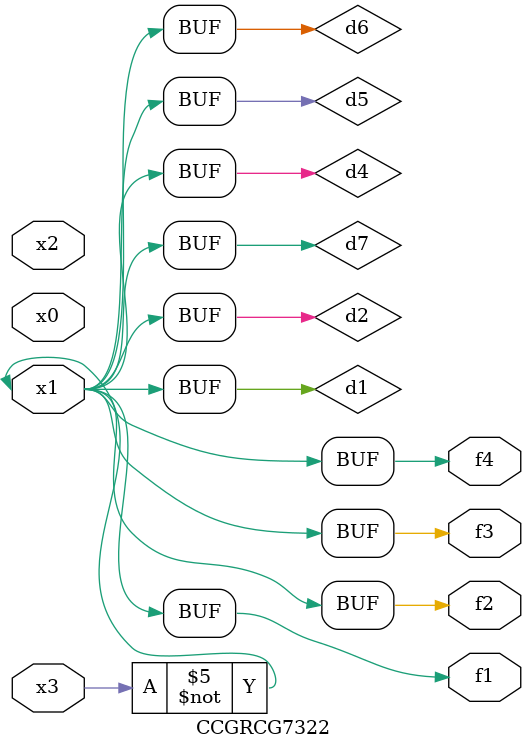
<source format=v>
module CCGRCG7322(
	input x0, x1, x2, x3,
	output f1, f2, f3, f4
);

	wire d1, d2, d3, d4, d5, d6, d7;

	not (d1, x3);
	buf (d2, x1);
	xnor (d3, d1, d2);
	nor (d4, d1);
	buf (d5, d1, d2);
	buf (d6, d4, d5);
	nand (d7, d4);
	assign f1 = d6;
	assign f2 = d7;
	assign f3 = d6;
	assign f4 = d6;
endmodule

</source>
